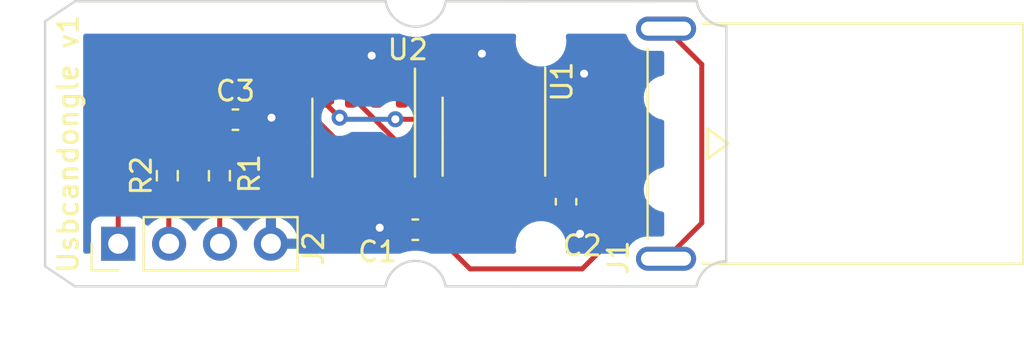
<source format=kicad_pcb>
(kicad_pcb (version 20211014) (generator pcbnew)
  (layers (0 "F.Cu" signal) (31 "B.Cu" signal) (34 "B.Paste" user) (35 "F.Paste" user) (36 "B.SilkS" user "B.Silkscreen") (37 "F.SilkS" user "F.Silkscreen") (38 "B.Mask" user) (39 "F.Mask" user) (44 "Edge.Cuts" user))
  (net 0 "")
  (net 1 "unconnected-(J1-Pad5)")
  (net 3 "/5V")
  (net 4 "/GND")
  (net 5 "Net-(C2-Pad1)")
  (net 6 "Net-(C3-Pad1)")
  (net 7 "/U-")
  (net 8 "/U+")
  (net 9 "Net-(J2-Pad2)")
  (net 10 "Net-(J2-Pad3)")
  (net 11 "Net-(U1-Pad6)")
  (net 12 "Net-(U1-Pad7)")
  (footprint "tocc:USBA-SHOUHAN-AM180" (layer "F.Cu") (at 159.67 100.5 90)
    (fp_text reference "J1" (at -5.7 0.03 90 unlocked) (layer "F.SilkS"))
    (fp_text value "USB_A")
    (fp_line (start -4.75 1.5) (end 4.75 1.5) (layer "F.SilkS") (width 0.12))
    (fp_line (start -6 4.25) (end -6 20.25) (layer "F.SilkS") (width 0.12))
    (fp_line (start -0.75 4.5) (end 0 5.5) (layer "F.SilkS") (width 0.12))
    (fp_line (start 0.75 4.5) (end -0.75 4.5) (layer "F.SilkS") (width 0.12))
    (fp_line (start 6 20.25) (end 6 4.25) (layer "F.SilkS") (width 0.12))
    (fp_line (start 0 5.5) (end 0.75 4.5) (layer "F.SilkS") (width 0.12))
    (fp_line (start -6 20.25) (end 6 20.25) (layer "F.SilkS") (width 0.12))
    (pad "" np_thru_hole circle (at -2.3 2.42 90) (size 1.2 1.2) (drill 1.2) (layers F&B.Cu *.Mask))
    (pad "" np_thru_hole circle (at 2.3 2.42 90) (size 1.2 1.2) (drill 1.2) (layers F&B.Cu *.Mask))
    (pad "1" smd roundrect (at -3.5 0 90) (size 1.1 2.5) (layers "F.Cu" "F.Paste" "F.Mask") (net 3 "/5V"))
    (pad "2" smd roundrect (at -1 0 90) (size 1.1 2.5) (layers "F.Cu" "F.Paste" "F.Mask") (net 7 "/U-"))
    (pad "3" smd roundrect (at 1 0 90) (size 1.1 2.5) (layers "F.Cu" "F.Paste" "F.Mask") (net 8 "/U+"))
    (pad "4" smd roundrect (at 3.5 0 90) (size 1.1 2.5) (layers "F.Cu" "F.Paste" "F.Mask") (net 4 "/GND"))
    (pad "5" thru_hole oval (at 5.75 2.42 90) (size 1.2 3) (drill oval 0.7 2.5) (layers *.Cu *.Mask) (net 1 "unconnected-(J1-Pad5)"))
    (pad "5" thru_hole oval (at -5.75 2.42 90) (size 1.2 3) (drill oval 0.7 2.5) (layers *.Cu *.Mask) (net 1 "unconnected-(J1-Pad5)"))
  )
  (footprint "Resistor_SMD:R_0603_1608Metric" (layer "F.Cu") (at 137.2 102.1 90)
    (fp_text reference "R2" (at 0 -1.3 90) (layer "F.SilkS"))
    (fp_text value "1k2")
    (fp_line (start -0.237258 -0.5225) (end 0.237258 -0.5225) (layer "F.SilkS") (width 0.12))
    (fp_line (start -0.237258 0.5225) (end 0.237258 0.5225) (layer "F.SilkS") (width 0.12))
    (pad "1" smd roundrect (at -0.825 0 90) (size 0.8 0.95) (layers "F.Cu" "F.Paste" "F.Mask") (net 9 "Net-(J2-Pad2)"))
    (pad "2" smd roundrect (at 0.825 0 90) (size 0.8 0.95) (layers "F.Cu" "F.Paste" "F.Mask") (net 6 "Net-(C3-Pad1)"))
  )
  (footprint "Capacitor_SMD:C_0603_1608Metric" (layer "F.Cu") (at 157.1 103.4 -90)
    (fp_text reference "C2" (at 2.2 -0.8 180) (layer "F.SilkS"))
    (fp_text value "100n")
    (fp_line (start -0.14058 -0.51) (end 0.14058 -0.51) (layer "F.SilkS") (width 0.12))
    (fp_line (start -0.14058 0.51) (end 0.14058 0.51) (layer "F.SilkS") (width 0.12))
    (pad "1" smd roundrect (at -0.775 0 270) (size 0.9 0.95) (layers "F.Cu" "F.Paste" "F.Mask") (net 5 "Net-(C2-Pad1)"))
    (pad "2" smd roundrect (at 0.775 0 270) (size 0.9 0.95) (layers "F.Cu" "F.Paste" "F.Mask") (net 4 "/GND"))
  )
  (footprint "Package_SO:SO-8_3.9x4.9mm_P1.27mm" (layer "F.Cu") (at 153.5 100.15 -90)
    (fp_text reference "U1" (at -2.75 -3.4 90) (layer "F.SilkS"))
    (fp_text value "CH340N")
    (fp_line (start 0 -2.56) (end 1.95 -2.56) (layer "F.SilkS") (width 0.12))
    (fp_line (start 0 2.56) (end -1.95 2.56) (layer "F.SilkS") (width 0.12))
    (fp_line (start 0 2.56) (end 1.95 2.56) (layer "F.SilkS") (width 0.12))
    (fp_line (start 0 -2.56) (end -3.45 -2.56) (layer "F.SilkS") (width 0.12))
    (pad "1" smd roundrect (at -2.575 -1.905 270) (size 1.75 0.6) (layers "F.Cu" "F.Paste" "F.Mask") (net 8 "/U+"))
    (pad "2" smd roundrect (at -2.575 -0.635 270) (size 1.75 0.6) (layers "F.Cu" "F.Paste" "F.Mask") (net 7 "/U-"))
    (pad "3" smd roundrect (at -2.575 0.635 270) (size 1.75 0.6) (layers "F.Cu" "F.Paste" "F.Mask") (net 4 "/GND"))
    (pad "4" smd roundrect (at -2.575 1.905 270) (size 1.75 0.6) (layers "F.Cu" "F.Paste" "F.Mask"))
    (pad "5" smd roundrect (at 2.575 1.905 270) (size 1.75 0.6) (layers "F.Cu" "F.Paste" "F.Mask") (net 3 "/5V"))
    (pad "6" smd roundrect (at 2.575 0.635 270) (size 1.75 0.6) (layers "F.Cu" "F.Paste" "F.Mask") (net 11 "Net-(U1-Pad6)"))
    (pad "7" smd roundrect (at 2.575 -0.635 270) (size 1.75 0.6) (layers "F.Cu" "F.Paste" "F.Mask") (net 12 "Net-(U1-Pad7)"))
    (pad "8" smd roundrect (at 2.575 -1.905 270) (size 1.75 0.6) (layers "F.Cu" "F.Paste" "F.Mask") (net 5 "Net-(C2-Pad1)"))
  )
  (footprint "Capacitor_SMD:C_0603_1608Metric" (layer "F.Cu") (at 140.6 99.3)
    (fp_text reference "C3" (at 0 -1.43) (layer "F.SilkS"))
    (fp_text value "470p/NP0")
    (fp_line (start -0.14058 0.51) (end 0.14058 0.51) (layer "F.SilkS") (width 0.12))
    (fp_line (start -0.14058 -0.51) (end 0.14058 -0.51) (layer "F.SilkS") (width 0.12))
    (pad "1" smd roundrect (at -0.775 0) (size 0.9 0.95) (layers "F.Cu" "F.Paste" "F.Mask") (net 6 "Net-(C3-Pad1)"))
    (pad "2" smd roundrect (at 0.775 0) (size 0.9 0.95) (layers "F.Cu" "F.Paste" "F.Mask") (net 4 "/GND"))
  )
  (footprint "Connector_PinHeader_2.54mm:PinHeader_1x04_P2.54mm_Vertical" (layer "F.Cu") (at 134.75 105.5 90)
    (fp_text reference "J2" (at -0.25 9.75 90) (layer "F.SilkS"))
    (fp_text value "Conn_01x04")
    (fp_line (start -1.33 0) (end -1.33 -1.33) (layer "F.SilkS") (width 0.12))
    (fp_line (start -1.33 8.95) (end 1.33 8.95) (layer "F.SilkS") (width 0.12))
    (fp_line (start -1.33 -1.33) (end 0 -1.33) (layer "F.SilkS") (width 0.12))
    (fp_line (start 1.33 1.27) (end 1.33 8.95) (layer "F.SilkS") (width 0.12))
    (fp_line (start -1.33 1.27) (end 1.33 1.27) (layer "F.SilkS") (width 0.12))
    (fp_line (start -1.33 1.27) (end -1.33 8.95) (layer "F.SilkS") (width 0.12))
    (pad "1" thru_hole rect (at 0 0 90) (size 1.7 1.7) (drill 1) (layers *.Cu *.Mask) (net 3 "/5V"))
    (pad "2" thru_hole oval (at 0 2.54 90) (size 1.7 1.7) (drill 1) (layers *.Cu *.Mask) (net 9 "Net-(J2-Pad2)"))
    (pad "3" thru_hole oval (at 0 5.08 90) (size 1.7 1.7) (drill 1) (layers *.Cu *.Mask) (net 10 "Net-(J2-Pad3)"))
    (pad "4" thru_hole oval (at 0 7.62 90) (size 1.7 1.7) (drill 1) (layers *.Cu *.Mask) (net 4 "/GND"))
  )
  (footprint "tocc:pcbUsbPlug" (layer "F.Cu") (at 129.1 107.631701)
    (fp_text reference "B1" hide)
    (fp_text value "pcb" hide)
    (fp_line (start 35.989796 -1.251701) (end 36 -13) (layer "Edge.Cuts") (width 0.12))
    (fp_line (start 2 -13.25) (end 3.5 -14.25) (layer "Edge.Cuts") (width 0.12))
    (fp_line (start 2 -1) (end 3.489796 -0.001701) (layer "Edge.Cuts") (width 0.12))
    (fp_line (start 2 -13.25) (end 2 -1) (layer "Edge.Cuts") (width 0.12))
    (fp_line (start 34.520409 -14.253402) (end 21.999999 -14.25) (layer "Edge.Cuts") (width 0.12))
    (fp_line (start 18.989797 -0.001701) (end 3.489796 -0.001701) (layer "Edge.Cuts") (width 0.12))
    (fp_line (start 34.510205 0.001701) (end 21.989795 -0.001701) (layer "Edge.Cuts") (width 0.12))
    (fp_line (start 19.000001 -14.25) (end 3.5 -14.25) (layer "Edge.Cuts") (width 0.12))
    (fp_arc (start 34.510205 0.001701) (mid 35.020233 -0.896232) (end 35.989796 -1.251701) (layer "Edge.Cuts") (width 0.12))
    (fp_arc (start 36 -13) (mid 35.030437 -13.35547) (end 34.520409 -14.253402) (layer "Edge.Cuts") (width 0.12))
    (fp_arc (start 21.999999 -14.25) (mid 20.5 -12.97931) (end 19.000001 -14.25) (layer "Edge.Cuts") (width 0.12))
    (fp_arc (start 18.989797 -0.001701) (mid 20.489796 -1.272391) (end 21.989795 -0.001701) (layer "Edge.Cuts") (width 0.12))
    (pad "" np_thru_hole circle (at 26.75 -12.25) (size 1.5 1.5) (drill 1.5) (layers F&B.Cu *.Mask))
    (pad "" np_thru_hole circle (at 26.75 -2) (size 1.5 1.5) (drill 1.5) (layers F&B.Cu *.Mask))
  )
  (footprint "Package_SO:SOIC-8_3.9x4.9mm_P1.27mm" (layer "F.Cu") (at 147 100.2 -90)
    (fp_text reference "U2" (at -4.4 -2.2 180) (layer "F.SilkS"))
    (fp_text value "TJA1040T/CM")
    (fp_line (start 0 2.56) (end -1.95 2.56) (layer "F.SilkS") (width 0.12))
    (fp_line (start 0 -2.56) (end 1.95 -2.56) (layer "F.SilkS") (width 0.12))
    (fp_line (start 0 2.56) (end 1.95 2.56) (layer "F.SilkS") (width 0.12))
    (fp_line (start 0 -2.56) (end -3.45 -2.56) (layer "F.SilkS") (width 0.12))
    (pad "1" smd roundrect (at -2.475 -1.905 270) (size 1.95 0.6) (layers "F.Cu" "F.Paste" "F.Mask") (net 12 "Net-(U1-Pad7)"))
    (pad "2" smd roundrect (at -2.475 -0.635 270) (size 1.95 0.6) (layers "F.Cu" "F.Paste" "F.Mask") (net 4 "/GND"))
    (pad "3" smd roundrect (at -2.475 0.635 270) (size 1.95 0.6) (layers "F.Cu" "F.Paste" "F.Mask") (net 3 "/5V"))
    (pad "4" smd roundrect (at -2.475 1.905 270) (size 1.95 0.6) (layers "F.Cu" "F.Paste" "F.Mask") (net 11 "Net-(U1-Pad6)"))
    (pad "5" smd roundrect (at 2.475 1.905 270) (size 1.95 0.6) (layers "F.Cu" "F.Paste" "F.Mask") (net 6 "Net-(C3-Pad1)"))
    (pad "6" smd roundrect (at 2.475 0.635 270) (size 1.95 0.6) (layers "F.Cu" "F.Paste" "F.Mask") (net 10 "Net-(J2-Pad3)"))
    (pad "7" smd roundrect (at 2.475 -0.635 270) (size 1.95 0.6) (layers "F.Cu" "F.Paste" "F.Mask") (net 9 "Net-(J2-Pad2)"))
    (pad "8" smd roundrect (at 2.475 -1.905 270) (size 1.95 0.6) (layers "F.Cu" "F.Paste" "F.Mask") (net 4 "/GND"))
  )
  (footprint "Capacitor_SMD:C_0603_1608Metric" (layer "F.Cu") (at 149.575 104.8 180)
    (fp_text reference "C1" (at 1.875 -1.1) (layer "F.SilkS"))
    (fp_text value "100n")
    (fp_line (start -0.14058 -0.51) (end 0.14058 -0.51) (layer "F.SilkS") (width 0.12))
    (fp_line (start -0.14058 0.51) (end 0.14058 0.51) (layer "F.SilkS") (width 0.12))
    (pad "1" smd roundrect (at -0.775 0 180) (size 0.9 0.95) (layers "F.Cu" "F.Paste" "F.Mask") (net 3 "/5V"))
    (pad "2" smd roundrect (at 0.775 0 180) (size 0.9 0.95) (layers "F.Cu" "F.Paste" "F.Mask") (net 4 "/GND"))
  )
  (footprint "Resistor_SMD:R_0603_1608Metric" (layer "F.Cu") (at 139.8 102.1 90)
    (fp_text reference "R1" (at 0.1 1.5 90) (layer "F.SilkS"))
    (fp_text value "1k2")
    (fp_line (start -0.237258 -0.5225) (end 0.237258 -0.5225) (layer "F.SilkS") (width 0.12))
    (fp_line (start -0.237258 0.5225) (end 0.237258 0.5225) (layer "F.SilkS") (width 0.12))
    (pad "1" smd roundrect (at -0.825 0 90) (size 0.8 0.95) (layers "F.Cu" "F.Paste" "F.Mask") (net 10 "Net-(J2-Pad3)"))
    (pad "2" smd roundrect (at 0.825 0 90) (size 0.8 0.95) (layers "F.Cu" "F.Paste" "F.Mask") (net 6 "Net-(C3-Pad1)"))
  )
  (gr_text "Usbcandongle v1" (at 132.25 100.5 90) (layer "F.SilkS") (effects (font (size 1 1))))
  (segment (start 162.09 106.25) (end 163.872717 104.467283) (width 0.25) (layer "F.Cu") (net 1))
  (segment (start 163.872717 104.467283) (end 163.872717 96.532717) (width 0.25) (layer "F.Cu") (net 1))
  (segment (start 163.872717 96.532717) (end 162.09 94.75) (width 0.25) (layer "F.Cu") (net 1))
  (segment (start 151.595 102.725) (end 151.595 103.705) (width 0.25) (layer "F.Cu") (net 3))
  (segment (start 151.15 104) (end 150.35 104.8) (width 0.25) (layer "F.Cu") (net 3))
  (segment (start 146.365 97.348249) (end 145.441751 96.425) (width 0.25) (layer "F.Cu") (net 3))
  (segment (start 140.196848 96.425) (end 134.75 101.871848) (width 0.25) (layer "F.Cu") (net 3))
  (segment (start 151.595 102.725) (end 150.988249 102.725) (width 0.25) (layer "F.Cu") (net 3))
  (segment (start 146.365 97.725) (end 146.365 97.348249) (width 0.25) (layer "F.Cu") (net 3))
  (segment (start 159.67 104) (end 159.67 104.993684) (width 0.25) (layer "F.Cu") (net 3))
  (segment (start 151.595 103.705) (end 151.3 104) (width 0.25) (layer "F.Cu") (net 3))
  (segment (start 157.906982 106.756702) (end 152.306702 106.756702) (width 0.25) (layer "F.Cu") (net 3))
  (segment (start 152.306702 106.756702) (end 150.35 104.8) (width 0.25) (layer "F.Cu") (net 3))
  (segment (start 159.67 104.993684) (end 157.906982 106.756702) (width 0.25) (layer "F.Cu") (net 3))
  (segment (start 150.988249 102.725) (end 146.365 98.101751) (width 0.25) (layer "F.Cu") (net 3))
  (segment (start 146.365 98.101751) (end 146.365 97.725) (width 0.25) (layer "F.Cu") (net 3))
  (segment (start 145.441751 96.425) (end 140.196848 96.425) (width 0.25) (layer "F.Cu") (net 3))
  (segment (start 151.3 104) (end 151.15 104) (width 0.25) (layer "F.Cu") (net 3))
  (segment (start 134.75 101.871848) (end 134.75 105.5) (width 0.25) (layer "F.Cu") (net 3))
  (segment (start 157.1 104.3) (end 157.8 105) (width 0.25) (layer "F.Cu") (net 4))
  (segment (start 147.635 96.335) (end 147.4 96.1) (width 0.25) (layer "F.Cu") (net 4))
  (segment (start 147.635 97.725) (end 147.635 96.335) (width 0.25) (layer "F.Cu") (net 4))
  (segment (start 152.865 97.575) (end 152.865 96.035) (width 0.25) (layer "F.Cu") (net 4))
  (segment (start 148.8 104.8) (end 147.9 104.8) (width 0.25) (layer "F.Cu") (net 4))
  (segment (start 152.865 96.035) (end 152.9 96) (width 0.25) (layer "F.Cu") (net 4))
  (segment (start 141.375 99.3) (end 142.3 99.3) (width 0.25) (layer "F.Cu") (net 4))
  (segment (start 148.8 102.78) (end 148.905 102.675) (width 0.25) (layer "F.Cu") (net 4))
  (segment (start 148.8 104.8) (end 148.8 102.78) (width 0.25) (layer "F.Cu") (net 4))
  (segment (start 147.9 104.8) (end 147.8 104.7) (width 0.25) (layer "F.Cu") (net 4))
  (segment (start 142.3 99.3) (end 142.4 99.2) (width 0.25) (layer "F.Cu") (net 4))
  (segment (start 159.67 97) (end 158 97) (width 0.25) (layer "F.Cu") (net 4))
  (via (at 147.4 96.1) (size 0.8) (drill 0.4) (layers "F.Cu" "B.Cu") (net 4))
  (via (at 147.8 104.7) (size 0.8) (drill 0.4) (layers "F.Cu" "B.Cu") (net 4))
  (via (at 152.9 96) (size 0.8) (drill 0.4) (layers "F.Cu" "B.Cu") (net 4))
  (via (at 157.8 105) (size 0.8) (drill 0.4) (layers "F.Cu" "B.Cu") (net 4))
  (via (at 158 97) (size 0.8) (drill 0.4) (layers "F.Cu" "B.Cu") (net 4))
  (via (at 142.4 99.2) (size 0.8) (drill 0.4) (layers "F.Cu" "B.Cu") (net 4))
  (segment (start 155.505 102.625) (end 155.405 102.725) (width 0.25) (layer "F.Cu") (net 5))
  (segment (start 157.1 102.625) (end 155.505 102.625) (width 0.25) (layer "F.Cu") (net 5))
  (segment (start 145.095 102.675) (end 141.2 102.675) (width 0.25) (layer "F.Cu") (net 6))
  (segment (start 141.2 102.675) (end 139.8 101.275) (width 0.25) (layer "F.Cu") (net 6))
  (segment (start 139.8 101.275) (end 137.2 101.275) (width 0.25) (layer "F.Cu") (net 6))
  (segment (start 139.8 101.275) (end 139.8 99.325) (width 0.25) (layer "F.Cu") (net 6))
  (segment (start 139.8 99.325) (end 139.825 99.3) (width 0.25) (layer "F.Cu") (net 6))
  (segment (start 154.135 97.851751) (end 154.135 97.575) (width 0.25) (layer "F.Cu") (net 7))
  (segment (start 157.783249 101.5) (end 154.135 97.851751) (width 0.25) (layer "F.Cu") (net 7))
  (segment (start 159.67 101.5) (end 157.783249 101.5) (width 0.25) (layer "F.Cu") (net 7))
  (segment (start 159.67 99.5) (end 157.33 99.5) (width 0.25) (layer "F.Cu") (net 8))
  (segment (start 157.33 99.5) (end 155.405 97.575) (width 0.25) (layer "F.Cu") (net 8))
  (segment (start 136.4 100.857538) (end 138.782038 98.4755) (width 0.25) (layer "F.Cu") (net 9))
  (segment (start 143.812251 98.4755) (end 147.635 102.298249) (width 0.25) (layer "F.Cu") (net 9))
  (segment (start 147.635 102.298249) (end 147.635 102.675) (width 0.25) (layer "F.Cu") (net 9))
  (segment (start 136.4 102.125) (end 136.4 100.857538) (width 0.25) (layer "F.Cu") (net 9))
  (segment (start 137.2 102.925) (end 137.275 103) (width 0.25) (layer "F.Cu") (net 9))
  (segment (start 137.2 102.925) (end 136.4 102.125) (width 0.25) (layer "F.Cu") (net 9))
  (segment (start 138.782038 98.4755) (end 143.812251 98.4755) (width 0.25) (layer "F.Cu") (net 9))
  (segment (start 137.275 103) (end 137.275 105.5) (width 0.25) (layer "F.Cu") (net 9))
  (segment (start 140.85 103.975) (end 145.441751 103.975) (width 0.25) (layer "F.Cu") (net 10))
  (segment (start 139.8 102.925) (end 140.85 103.975) (width 0.25) (layer "F.Cu") (net 10))
  (segment (start 146.365 103.051751) (end 146.365 102.675) (width 0.25) (layer "F.Cu") (net 10))
  (segment (start 145.441751 103.975) (end 146.365 103.051751) (width 0.25) (layer "F.Cu") (net 10))
  (segment (start 139.8 102.925) (end 139.815 102.94) (width 0.25) (layer "F.Cu") (net 10))
  (segment (start 139.815 102.94) (end 139.815 105.5) (width 0.25) (layer "F.Cu") (net 10))
  (segment (start 152.865 102.448249) (end 152.865 102.725) (width 0.25) (layer "F.Cu") (net 11))
  (segment (start 145.095 97.725) (end 145.4 98.406751) (width 0.25) (layer "F.Cu") (net 11))
  (segment (start 145.4 98.03) (end 145.095 97.725) (width 0.25) (layer "F.Cu") (net 11))
  (segment (start 148.581147 99.279059) (end 149.69581 99.279059) (width 0.25) (layer "F.Cu") (net 11))
  (segment (start 145.095 97.725) (end 145.095 98.495) (width 0.25) (layer "F.Cu") (net 11))
  (segment (start 145.4 98.406751) (end 145.4 98.03) (width 0.25) (layer "F.Cu") (net 11))
  (segment (start 145.095 98.495) (end 145.8 99.2) (width 0.25) (layer "F.Cu") (net 11))
  (segment (start 149.69581 99.279059) (end 152.865 102.448249) (width 0.25) (layer "F.Cu") (net 11))
  (via (at 145.8 99.2) (size 0.8) (drill 0.4) (layers "F.Cu" "B.Cu") (net 11))
  (via (at 148.581147 99.279059) (size 0.8) (drill 0.4) (layers "F.Cu" "B.Cu") (net 11))
  (segment (start 145.879059 99.279059) (end 148.581147 99.279059) (width 0.25) (layer "B.Cu") (net 11))
  (segment (start 145.8 99.2) (end 145.879059 99.279059) (width 0.25) (layer "B.Cu") (net 11))
  (segment (start 154.135 102.448249) (end 149.411751 97.725) (width 0.25) (layer "F.Cu") (net 12))
  (segment (start 149.411751 97.725) (end 148.905 97.725) (width 0.25) (layer "F.Cu") (net 12))
  (segment (start 154.135 102.725) (end 154.135 102.448249) (width 0.25) (layer "F.Cu") (net 12))
  (zone (net 4) (net_name "/GND") (layer "B.Cu") (connect_pads (clearance 0.508)) (min_thickness 0.254) (fill yes (thermal_gap 0.508) (thermal_bridge_width 0.508))
    (polygon (pts (xy 162 106) (xy 133 106) (xy 133 95) (xy 162 95)))
  )
)
</source>
